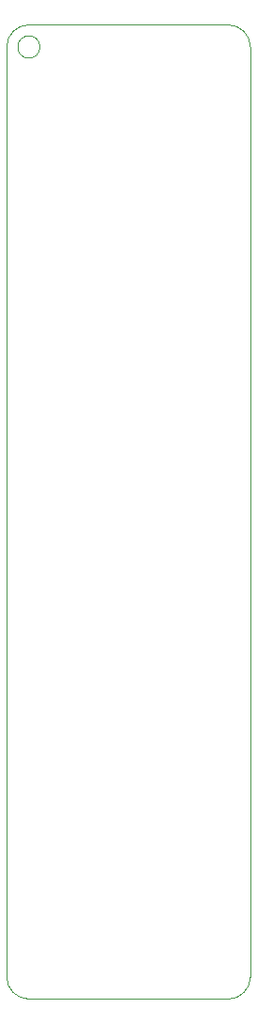
<source format=gm1>
G04 #@! TF.GenerationSoftware,KiCad,Pcbnew,6.0.2+dfsg-1*
G04 #@! TF.CreationDate,2022-06-20T13:27:44+02:00*
G04 #@! TF.ProjectId,trainlog,74726169-6e6c-46f6-972e-6b696361645f,rev?*
G04 #@! TF.SameCoordinates,Original*
G04 #@! TF.FileFunction,Profile,NP*
%FSLAX46Y46*%
G04 Gerber Fmt 4.6, Leading zero omitted, Abs format (unit mm)*
G04 Created by KiCad (PCBNEW 6.0.2+dfsg-1) date 2022-06-20 13:27:44*
%MOMM*%
%LPD*%
G01*
G04 APERTURE LIST*
G04 #@! TA.AperFunction,Profile*
%ADD10C,0.100000*%
G04 #@! TD*
G04 APERTURE END LIST*
D10*
X92000000Y-58100000D02*
G75*
G03*
X92000000Y-58100000I-1000000J0D01*
G01*
X111000000Y-58100000D02*
X111000000Y-141900000D01*
X91000000Y-56100000D02*
G75*
G03*
X89000000Y-58100000I-1J-1999999D01*
G01*
X109000000Y-143900000D02*
X91000000Y-143900000D01*
X91000000Y-56100000D02*
X109000000Y-56100000D01*
X89000000Y-141900000D02*
G75*
G03*
X91000000Y-143900000I1999999J-1D01*
G01*
X111000000Y-58100000D02*
G75*
G03*
X109000000Y-56100000I-1999999J1D01*
G01*
X89000000Y-141900000D02*
X89000000Y-58100000D01*
X109000000Y-143900000D02*
G75*
G03*
X111000000Y-141900000I1J1999999D01*
G01*
M02*

</source>
